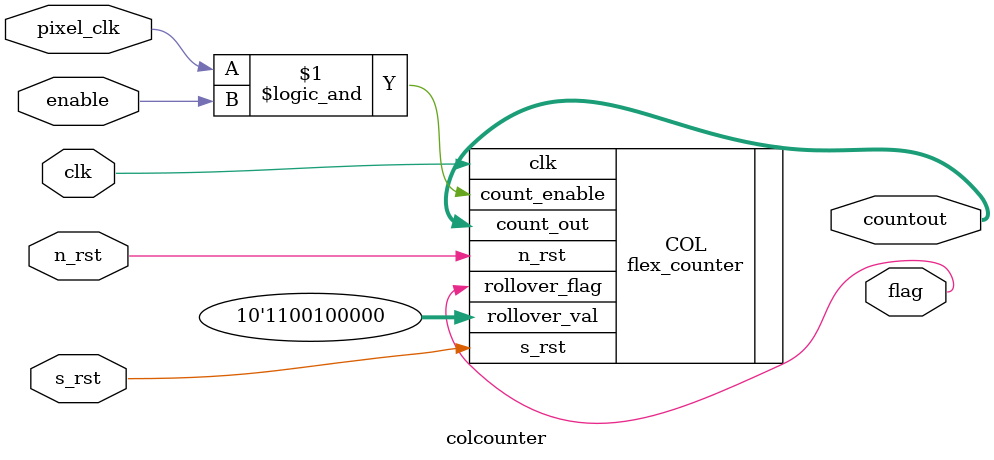
<source format=sv>
module colcounter
	(
	input wire clk,
	input wire n_rst,
	input wire s_rst,
	input wire enable,
	input wire pixel_clk,
	output reg [9:0] countout,
	output reg flag
	);
	  
	flex_counter #(10) COL(
		.clk(clk),
		.n_rst(n_rst),
		.s_rst(s_rst),
		.count_enable(pixel_clk && enable),
		.rollover_val(10'b1100100000),
		.count_out(countout),
		.rollover_flag(flag)
	);

endmodule
</source>
